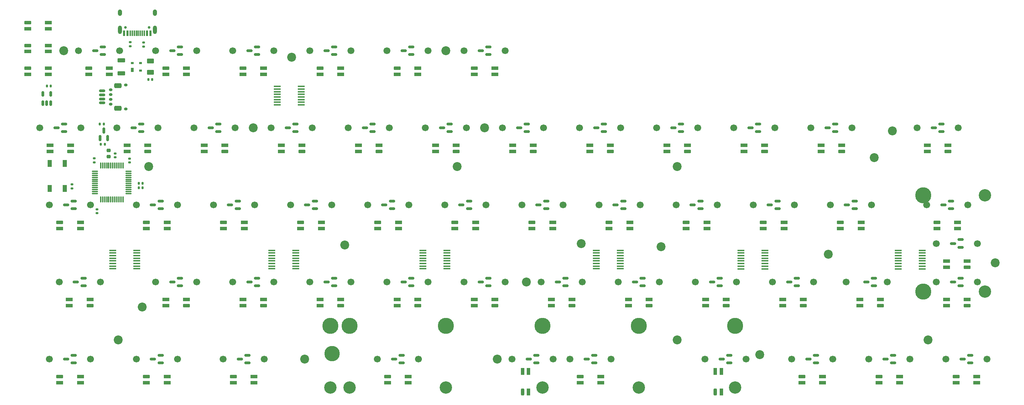
<source format=gbr>
%TF.GenerationSoftware,KiCad,Pcbnew,(7.0.0)*%
%TF.CreationDate,2023-12-30T19:38:44+01:00*%
%TF.ProjectId,vootington V4N,766f6f74-696e-4677-946f-6e2056344e2e,rev?*%
%TF.SameCoordinates,Original*%
%TF.FileFunction,Soldermask,Bot*%
%TF.FilePolarity,Negative*%
%FSLAX46Y46*%
G04 Gerber Fmt 4.6, Leading zero omitted, Abs format (unit mm)*
G04 Created by KiCad (PCBNEW (7.0.0)) date 2023-12-30 19:38:44*
%MOMM*%
%LPD*%
G01*
G04 APERTURE LIST*
G04 Aperture macros list*
%AMRoundRect*
0 Rectangle with rounded corners*
0 $1 Rounding radius*
0 $2 $3 $4 $5 $6 $7 $8 $9 X,Y pos of 4 corners*
0 Add a 4 corners polygon primitive as box body*
4,1,4,$2,$3,$4,$5,$6,$7,$8,$9,$2,$3,0*
0 Add four circle primitives for the rounded corners*
1,1,$1+$1,$2,$3*
1,1,$1+$1,$4,$5*
1,1,$1+$1,$6,$7*
1,1,$1+$1,$8,$9*
0 Add four rect primitives between the rounded corners*
20,1,$1+$1,$2,$3,$4,$5,0*
20,1,$1+$1,$4,$5,$6,$7,0*
20,1,$1+$1,$6,$7,$8,$9,0*
20,1,$1+$1,$8,$9,$2,$3,0*%
G04 Aperture macros list end*
%ADD10C,2.200000*%
%ADD11C,1.700000*%
%ADD12C,3.048000*%
%ADD13C,3.987800*%
%ADD14C,3.800000*%
%ADD15R,0.820000X1.700000*%
%ADD16RoundRect,0.205000X-0.205000X0.645000X-0.205000X-0.645000X0.205000X-0.645000X0.205000X0.645000X0*%
%ADD17RoundRect,0.150000X0.150000X-0.512500X0.150000X0.512500X-0.150000X0.512500X-0.150000X-0.512500X0*%
%ADD18RoundRect,0.150000X0.587500X0.150000X-0.587500X0.150000X-0.587500X-0.150000X0.587500X-0.150000X0*%
%ADD19R,1.778000X0.419100*%
%ADD20R,1.700000X0.820000*%
%ADD21RoundRect,0.205000X0.645000X0.205000X-0.645000X0.205000X-0.645000X-0.205000X0.645000X-0.205000X0*%
%ADD22RoundRect,0.205000X-0.645000X-0.205000X0.645000X-0.205000X0.645000X0.205000X-0.645000X0.205000X0*%
%ADD23R,1.100000X1.800000*%
%ADD24RoundRect,0.075000X0.662500X0.075000X-0.662500X0.075000X-0.662500X-0.075000X0.662500X-0.075000X0*%
%ADD25RoundRect,0.075000X0.075000X0.662500X-0.075000X0.662500X-0.075000X-0.662500X0.075000X-0.662500X0*%
%ADD26RoundRect,0.140000X0.140000X0.170000X-0.140000X0.170000X-0.140000X-0.170000X0.140000X-0.170000X0*%
%ADD27RoundRect,0.135000X0.185000X-0.135000X0.185000X0.135000X-0.185000X0.135000X-0.185000X-0.135000X0*%
%ADD28RoundRect,0.140000X-0.140000X-0.170000X0.140000X-0.170000X0.140000X0.170000X-0.140000X0.170000X0*%
%ADD29R,0.700000X1.000000*%
%ADD30R,0.700000X0.600000*%
%ADD31RoundRect,0.140000X-0.170000X0.140000X-0.170000X-0.140000X0.170000X-0.140000X0.170000X0.140000X0*%
%ADD32C,0.650000*%
%ADD33R,0.600000X1.450000*%
%ADD34R,0.300000X1.450000*%
%ADD35O,1.000000X1.600000*%
%ADD36O,1.000000X2.100000*%
%ADD37RoundRect,0.150000X-0.275000X0.150000X-0.275000X-0.150000X0.275000X-0.150000X0.275000X0.150000X0*%
%ADD38RoundRect,0.175000X-0.225000X0.175000X-0.225000X-0.175000X0.225000X-0.175000X0.225000X0.175000X0*%
%ADD39RoundRect,0.140000X0.170000X-0.140000X0.170000X0.140000X-0.170000X0.140000X-0.170000X-0.140000X0*%
%ADD40RoundRect,0.150000X-0.625000X0.150000X-0.625000X-0.150000X0.625000X-0.150000X0.625000X0.150000X0*%
%ADD41RoundRect,0.250000X-0.650000X0.350000X-0.650000X-0.350000X0.650000X-0.350000X0.650000X0.350000X0*%
%ADD42RoundRect,0.250000X0.700000X-0.275000X0.700000X0.275000X-0.700000X0.275000X-0.700000X-0.275000X0*%
%ADD43RoundRect,0.225000X0.250000X-0.225000X0.250000X0.225000X-0.250000X0.225000X-0.250000X-0.225000X0*%
%ADD44RoundRect,0.150000X0.150000X-0.587500X0.150000X0.587500X-0.150000X0.587500X-0.150000X-0.587500X0*%
%ADD45RoundRect,0.250000X-0.625000X0.375000X-0.625000X-0.375000X0.625000X-0.375000X0.625000X0.375000X0*%
G04 APERTURE END LIST*
D10*
%TO.C,H18*%
X144462500Y-98425000D03*
%TD*%
%TO.C,H14*%
X106744954Y-70226862D03*
%TD*%
D11*
%TO.C,K_31*%
X252888750Y-69850000D03*
X263048750Y-69850000D03*
%TD*%
D10*
%TO.C,H8*%
X209309500Y-97302500D03*
%TD*%
D11*
%TO.C,K_34*%
X79057500Y-79375000D03*
X89217500Y-79375000D03*
%TD*%
%TO.C,K_25*%
X150495000Y-60325000D03*
X160655000Y-60325000D03*
%TD*%
%TO.C,K_33*%
X60007500Y-79375000D03*
X70167500Y-79375000D03*
%TD*%
%TO.C,K_46*%
X76676250Y-98425000D03*
X86836250Y-98425000D03*
%TD*%
%TO.C,K_30*%
X250507500Y-60325000D03*
X260667500Y-60325000D03*
%TD*%
%TO.C,K_10*%
X88582500Y-41275000D03*
X98742500Y-41275000D03*
%TD*%
%TO.C,K_20*%
X55245000Y-60325000D03*
X65405000Y-60325000D03*
%TD*%
D10*
%TO.C,H21*%
X242093750Y-42068750D03*
%TD*%
D11*
%TO.C,K_28*%
X207645000Y-60325000D03*
X217805000Y-60325000D03*
%TD*%
%TO.C,K_16*%
X202882500Y-41275000D03*
X213042500Y-41275000D03*
%TD*%
%TO.C,K_45*%
X55245000Y-98425000D03*
X65405000Y-98425000D03*
%TD*%
D10*
%TO.C,H10*%
X131762500Y-22225000D03*
%TD*%
D11*
%TO.C,K_39*%
X174307500Y-79375000D03*
X184467500Y-79375000D03*
%TD*%
%TO.C,K_15*%
X183832500Y-41275000D03*
X193992500Y-41275000D03*
%TD*%
D10*
%TO.C,H4*%
X237562500Y-48674000D03*
%TD*%
D11*
%TO.C,K_26*%
X169545000Y-60325000D03*
X179705000Y-60325000D03*
%TD*%
D10*
%TO.C,H15*%
X96837500Y-98425000D03*
%TD*%
D11*
%TO.C,K_35*%
X98107500Y-79375000D03*
X108267500Y-79375000D03*
%TD*%
%TO.C,K_17*%
X221932500Y-41275000D03*
X232092500Y-41275000D03*
%TD*%
%TO.C,K_23*%
X112395000Y-60325000D03*
X122555000Y-60325000D03*
%TD*%
D10*
%TO.C,H23*%
X250825000Y-93662500D03*
%TD*%
D11*
%TO.C,K_3*%
X79057500Y-22225000D03*
X89217500Y-22225000D03*
%TD*%
%TO.C,K_32*%
X36195000Y-79375000D03*
X46355000Y-79375000D03*
%TD*%
D10*
%TO.C,H22*%
X226218750Y-72531250D03*
%TD*%
D11*
%TO.C,K_37*%
X136207500Y-79375000D03*
X146367500Y-79375000D03*
%TD*%
%TO.C,K_12*%
X126682500Y-41275000D03*
X136842500Y-41275000D03*
%TD*%
%TO.C,K_4*%
X98107500Y-22225000D03*
X108267500Y-22225000D03*
%TD*%
%TO.C,K_27*%
X188595000Y-60325000D03*
X198755000Y-60325000D03*
%TD*%
%TO.C,K_8*%
X50482500Y-41275000D03*
X60642500Y-41275000D03*
%TD*%
D10*
%TO.C,H20*%
X188912500Y-93662500D03*
%TD*%
D11*
%TO.C,K_1*%
X40957500Y-22225000D03*
X51117500Y-22225000D03*
%TD*%
D12*
%TO.C,S1*%
X131762500Y-105410000D03*
D13*
X131762500Y-90170000D03*
D12*
X107950000Y-105410000D03*
D13*
X107950000Y-90170000D03*
%TD*%
D14*
%TO.C,H7*%
X103662500Y-97024000D03*
%TD*%
D11*
%TO.C,K_40*%
X193357500Y-79375000D03*
X203517500Y-79375000D03*
%TD*%
%TO.C,K_9*%
X69532500Y-41275000D03*
X79692500Y-41275000D03*
%TD*%
D10*
%TO.C,H13*%
X84137500Y-41275000D03*
%TD*%
%TO.C,H19*%
X188912500Y-50800000D03*
%TD*%
D11*
%TO.C,K_11*%
X107632500Y-41275000D03*
X117792500Y-41275000D03*
%TD*%
D10*
%TO.C,H6*%
X56715000Y-85573750D03*
%TD*%
D13*
%TO.C,S4*%
X249713750Y-57943750D03*
X249713750Y-81756250D03*
D12*
X264953750Y-57943750D03*
X264953750Y-81756250D03*
%TD*%
D11*
%TO.C,K_18*%
X248126250Y-41275000D03*
X258286250Y-41275000D03*
%TD*%
%TO.C,K_41*%
X212407500Y-79375000D03*
X222567500Y-79375000D03*
%TD*%
%TO.C,K_13*%
X145732500Y-41275000D03*
X155892500Y-41275000D03*
%TD*%
%TO.C,K_5*%
X117157500Y-22225000D03*
X127317500Y-22225000D03*
%TD*%
D10*
%TO.C,H16*%
X141287500Y-41275000D03*
%TD*%
%TO.C,H24*%
X267493750Y-74612500D03*
%TD*%
%TO.C,H17*%
X184943750Y-70643750D03*
%TD*%
D11*
%TO.C,K_36*%
X117157500Y-79375000D03*
X127317500Y-79375000D03*
%TD*%
%TO.C,K_52*%
X236220000Y-98425000D03*
X246380000Y-98425000D03*
%TD*%
D10*
%TO.C,H3*%
X134512500Y-50800000D03*
%TD*%
D12*
%TO.C,S2*%
X203193650Y-105410000D03*
D13*
X203193650Y-90170000D03*
D12*
X103181150Y-105410000D03*
D13*
X103181150Y-90170000D03*
%TD*%
D11*
%TO.C,K_6*%
X136207500Y-22225000D03*
X146367500Y-22225000D03*
%TD*%
%TO.C,K_42*%
X230663750Y-79375000D03*
X240823750Y-79375000D03*
%TD*%
%TO.C,K_51*%
X217170000Y-98425000D03*
X227330000Y-98425000D03*
%TD*%
%TO.C,K_49*%
X162401250Y-98425000D03*
X172561250Y-98425000D03*
%TD*%
%TO.C,K_29*%
X226695000Y-60325000D03*
X236855000Y-60325000D03*
%TD*%
%TO.C,K_47*%
X114776250Y-98425000D03*
X124936250Y-98425000D03*
%TD*%
%TO.C,K_22*%
X93345000Y-60325000D03*
X103505000Y-60325000D03*
%TD*%
%TO.C,K_50*%
X195738750Y-98425000D03*
X205898750Y-98425000D03*
%TD*%
%TO.C,K_21*%
X74295000Y-60325000D03*
X84455000Y-60325000D03*
%TD*%
%TO.C,K_14*%
X164782500Y-41275000D03*
X174942500Y-41275000D03*
%TD*%
%TO.C,K_44*%
X33813750Y-98425000D03*
X43973750Y-98425000D03*
%TD*%
D10*
%TO.C,H12*%
X50800000Y-93662500D03*
%TD*%
D11*
%TO.C,K_24*%
X131445000Y-60325000D03*
X141605000Y-60325000D03*
%TD*%
%TO.C,K_19*%
X33813750Y-60325000D03*
X43973750Y-60325000D03*
%TD*%
%TO.C,K_48*%
X148107400Y-98425000D03*
X158267400Y-98425000D03*
%TD*%
%TO.C,K_43*%
X252888750Y-79375000D03*
X263048750Y-79375000D03*
%TD*%
D10*
%TO.C,H9*%
X37306250Y-22225000D03*
%TD*%
D11*
%TO.C,K_7*%
X31432500Y-41275000D03*
X41592500Y-41275000D03*
%TD*%
D10*
%TO.C,H5*%
X165162500Y-69850000D03*
%TD*%
D11*
%TO.C,K_38*%
X155257500Y-79375000D03*
X165417500Y-79375000D03*
%TD*%
%TO.C,K_53*%
X255270000Y-98425000D03*
X265430000Y-98425000D03*
%TD*%
%TO.C,K_2*%
X60007500Y-22225000D03*
X70167500Y-22225000D03*
%TD*%
D10*
%TO.C,H11*%
X151606250Y-79375000D03*
%TD*%
D12*
%TO.C,S3*%
X179387500Y-105410000D03*
D13*
X179387500Y-90170000D03*
D12*
X155575000Y-105410000D03*
D13*
X155575000Y-90170000D03*
%TD*%
D10*
%TO.C,H1*%
X93662500Y-23812500D03*
%TD*%
%TO.C,H2*%
X58312500Y-50800000D03*
%TD*%
D15*
%TO.C,D38*%
X152179851Y-101431249D03*
X150679851Y-101431249D03*
D16*
X150679852Y-106531250D03*
D15*
X152179851Y-106531249D03*
%TD*%
D17*
%TO.C,U46*%
X34093250Y-35172250D03*
X33143250Y-35172250D03*
X32193250Y-35172250D03*
X32193250Y-32897250D03*
X34093250Y-32897250D03*
%TD*%
D18*
%TO.C,U45*%
X258906250Y-68900000D03*
X258906250Y-70800000D03*
X257031250Y-69850000D03*
%TD*%
D19*
%TO.C,U53*%
X210569635Y-71563904D03*
X210569635Y-72214144D03*
X210569635Y-72864384D03*
X210569635Y-73514624D03*
X210569635Y-74159784D03*
X210569635Y-74810024D03*
X210569635Y-75460264D03*
X210569635Y-76110504D03*
X204620955Y-76110504D03*
X204620955Y-75460264D03*
X204620955Y-74810024D03*
X204620955Y-74159784D03*
X204620955Y-73514624D03*
X204620955Y-72864384D03*
X204620955Y-72214144D03*
X204620955Y-71563904D03*
%TD*%
D20*
%TO.C,D42*%
X41443749Y-104278999D03*
X41443749Y-102778999D03*
D21*
X36343750Y-102779000D03*
D20*
X36343749Y-104278999D03*
%TD*%
D18*
%TO.C,U43*%
X201756250Y-97475000D03*
X201756250Y-99375000D03*
X199881250Y-98425000D03*
%TD*%
D20*
%TO.C,D6*%
X110162499Y-45628999D03*
X110162499Y-47128999D03*
D22*
X115262500Y-47129000D03*
D20*
X115262499Y-45628999D03*
%TD*%
D18*
%TO.C,U39*%
X39831250Y-97475000D03*
X39831250Y-99375000D03*
X37956250Y-98425000D03*
%TD*%
D20*
%TO.C,D32*%
X38724999Y-83728999D03*
X38724999Y-85228999D03*
D22*
X43825000Y-85229000D03*
D20*
X43824999Y-83728999D03*
%TD*%
D18*
%TO.C,U9*%
X151750000Y-40325000D03*
X151750000Y-42225000D03*
X149875000Y-41275000D03*
%TD*%
D20*
%TO.C,D29*%
X214937499Y-83728999D03*
X214937499Y-85228999D03*
D22*
X220037500Y-85229000D03*
D20*
X220037499Y-83728999D03*
%TD*%
%TO.C,D45*%
X262899999Y-104278999D03*
X262899999Y-102778999D03*
D21*
X257800000Y-102779000D03*
D20*
X257799999Y-104278999D03*
%TD*%
D18*
%TO.C,U35*%
X85075000Y-78425000D03*
X85075000Y-80325000D03*
X83200000Y-79375000D03*
%TD*%
%TO.C,U48*%
X120793750Y-97475000D03*
X120793750Y-99375000D03*
X118918750Y-98425000D03*
%TD*%
D23*
%TO.C,SW1*%
X33868749Y-50081249D03*
X33868749Y-56281249D03*
X37568749Y-50081249D03*
X37568749Y-56281249D03*
%TD*%
D24*
%TO.C,U59*%
X53375000Y-52018750D03*
X53375000Y-52518750D03*
X53375000Y-53018750D03*
X53375000Y-53518750D03*
X53375000Y-54018750D03*
X53375000Y-54518750D03*
X53375000Y-55018750D03*
X53375000Y-55518750D03*
X53375000Y-56018750D03*
X53375000Y-56518750D03*
X53375000Y-57018750D03*
X53375000Y-57518750D03*
D25*
X51962500Y-58931250D03*
X51462500Y-58931250D03*
X50962500Y-58931250D03*
X50462500Y-58931250D03*
X49962500Y-58931250D03*
X49462500Y-58931250D03*
X48962500Y-58931250D03*
X48462500Y-58931250D03*
X47962500Y-58931250D03*
X47462500Y-58931250D03*
X46962500Y-58931250D03*
X46462500Y-58931250D03*
D24*
X45050000Y-57518750D03*
X45050000Y-57018750D03*
X45050000Y-56518750D03*
X45050000Y-56018750D03*
X45050000Y-55518750D03*
X45050000Y-55018750D03*
X45050000Y-54518750D03*
X45050000Y-54018750D03*
X45050000Y-53518750D03*
X45050000Y-53018750D03*
X45050000Y-52518750D03*
X45050000Y-52018750D03*
D25*
X46462500Y-50606250D03*
X46962500Y-50606250D03*
X47462500Y-50606250D03*
X47962500Y-50606250D03*
X48462500Y-50606250D03*
X48962500Y-50606250D03*
X49462500Y-50606250D03*
X49962500Y-50606250D03*
X50462500Y-50606250D03*
X50962500Y-50606250D03*
X51462500Y-50606250D03*
X51962500Y-50606250D03*
%TD*%
D20*
%TO.C,D10*%
X186362499Y-45628999D03*
X186362499Y-47128999D03*
D22*
X191462500Y-47129000D03*
D20*
X191462499Y-45628999D03*
%TD*%
D26*
%TO.C,C6*%
X59217500Y-29368750D03*
X58257500Y-29368750D03*
%TD*%
D20*
%TO.C,D40*%
X84306249Y-104278999D03*
X84306249Y-102778999D03*
D21*
X79206250Y-102779000D03*
D20*
X79206249Y-104278999D03*
%TD*%
%TO.C,D56*%
X33562499Y-16789999D03*
X33562499Y-15289999D03*
D21*
X28462500Y-15290000D03*
D20*
X28462499Y-16789999D03*
%TD*%
D27*
%TO.C,R3*%
X53721589Y-21147501D03*
X53721589Y-20127501D03*
%TD*%
D28*
%TO.C,C29*%
X55866106Y-54997317D03*
X56826106Y-54997317D03*
%TD*%
D20*
%TO.C,D18*%
X62874999Y-66178999D03*
X62874999Y-64678999D03*
D21*
X57775000Y-64679000D03*
D20*
X57774999Y-66178999D03*
%TD*%
%TO.C,D16*%
X100974999Y-66178999D03*
X100974999Y-64678999D03*
D21*
X95875000Y-64679000D03*
D20*
X95874999Y-66178999D03*
%TD*%
D18*
%TO.C,U37*%
X199375000Y-78425000D03*
X199375000Y-80325000D03*
X197500000Y-79375000D03*
%TD*%
%TO.C,U18*%
X137462500Y-59375000D03*
X137462500Y-61275000D03*
X135587500Y-60325000D03*
%TD*%
D29*
%TO.C,U58*%
X54309088Y-26943749D03*
D30*
X54309088Y-25243749D03*
X56309088Y-25243749D03*
X56309088Y-27143749D03*
%TD*%
D18*
%TO.C,U11*%
X227950000Y-40325000D03*
X227950000Y-42225000D03*
X226075000Y-41275000D03*
%TD*%
%TO.C,U22*%
X256525000Y-59375000D03*
X256525000Y-61275000D03*
X254650000Y-60325000D03*
%TD*%
%TO.C,U19*%
X156512500Y-59375000D03*
X156512500Y-61275000D03*
X154637500Y-60325000D03*
%TD*%
D28*
%TO.C,C4*%
X46250752Y-40310060D03*
X47210752Y-40310060D03*
%TD*%
D18*
%TO.C,U3*%
X66025000Y-21275000D03*
X66025000Y-23175000D03*
X64150000Y-22225000D03*
%TD*%
D20*
%TO.C,D4*%
X72062499Y-45628999D03*
X72062499Y-47128999D03*
D22*
X77162500Y-47129000D03*
D20*
X77162499Y-45628999D03*
%TD*%
%TO.C,D15*%
X120024999Y-66178999D03*
X120024999Y-64678999D03*
D21*
X114925000Y-64679000D03*
D20*
X114924999Y-66178999D03*
%TD*%
%TO.C,D22*%
X215274999Y-66178999D03*
X215274999Y-64678999D03*
D21*
X210175000Y-64679000D03*
D20*
X210174999Y-66178999D03*
%TD*%
%TO.C,D54*%
X33562499Y-28054999D03*
X33562499Y-26554999D03*
D21*
X28462500Y-26555000D03*
D20*
X28462499Y-28054999D03*
%TD*%
%TO.C,D31*%
X255418749Y-74203999D03*
X255418749Y-75703999D03*
D22*
X260518750Y-75704000D03*
D20*
X260518749Y-74203999D03*
%TD*%
D18*
%TO.C,U62*%
X123175000Y-21275000D03*
X123175000Y-23175000D03*
X121300000Y-22225000D03*
%TD*%
%TO.C,U30*%
X142225000Y-78425000D03*
X142225000Y-80325000D03*
X140350000Y-79375000D03*
%TD*%
D20*
%TO.C,D2*%
X33962499Y-45628999D03*
X33962499Y-47128999D03*
D22*
X39062500Y-47129000D03*
D20*
X39062499Y-45628999D03*
%TD*%
D18*
%TO.C,U8*%
X132700000Y-40325000D03*
X132700000Y-42225000D03*
X130825000Y-41275000D03*
%TD*%
D28*
%TO.C,C11*%
X55859704Y-56073622D03*
X56819704Y-56073622D03*
%TD*%
D20*
%TO.C,D52*%
X67637499Y-28078999D03*
X67637499Y-26578999D03*
D21*
X62537500Y-26579000D03*
D20*
X62537499Y-28078999D03*
%TD*%
D18*
%TO.C,U41*%
X154131250Y-97475000D03*
X154131250Y-99375000D03*
X152256250Y-98425000D03*
%TD*%
D27*
%TO.C,R4*%
X57037122Y-21176841D03*
X57037122Y-20156841D03*
%TD*%
D20*
%TO.C,D19*%
X41443749Y-66178999D03*
X41443749Y-64678999D03*
D21*
X36343750Y-64679000D03*
D20*
X36343749Y-66178999D03*
%TD*%
%TO.C,D28*%
X195887499Y-83728999D03*
X195887499Y-85228999D03*
D22*
X200987500Y-85229000D03*
D20*
X200987499Y-83728999D03*
%TD*%
D18*
%TO.C,U29*%
X123175000Y-78425000D03*
X123175000Y-80325000D03*
X121300000Y-79375000D03*
%TD*%
D20*
%TO.C,D12*%
X224462499Y-45628999D03*
X224462499Y-47128999D03*
D22*
X229562500Y-47129000D03*
D20*
X229562499Y-45628999D03*
%TD*%
D18*
%TO.C,U47*%
X82693750Y-97475000D03*
X82693750Y-99375000D03*
X80818750Y-98425000D03*
%TD*%
D31*
%TO.C,C1*%
X45574303Y-61406884D03*
X45574303Y-62366884D03*
%TD*%
D15*
%TO.C,D48*%
X199804851Y-101431249D03*
X198304851Y-101431249D03*
D16*
X198304852Y-106531250D03*
D15*
X199804851Y-106531249D03*
%TD*%
D18*
%TO.C,U32*%
X180325000Y-78425000D03*
X180325000Y-80325000D03*
X178450000Y-79375000D03*
%TD*%
%TO.C,U61*%
X104125000Y-21275000D03*
X104125000Y-23175000D03*
X102250000Y-22225000D03*
%TD*%
D20*
%TO.C,D1*%
X143837499Y-28078999D03*
X143837499Y-26578999D03*
D21*
X138737500Y-26579000D03*
D20*
X138737499Y-28078999D03*
%TD*%
D18*
%TO.C,U28*%
X66025000Y-78425000D03*
X66025000Y-80325000D03*
X64150000Y-79375000D03*
%TD*%
D19*
%TO.C,U57*%
X55361839Y-71545449D03*
X55361839Y-72195689D03*
X55361839Y-72845929D03*
X55361839Y-73496169D03*
X55361839Y-74141329D03*
X55361839Y-74791569D03*
X55361839Y-75441809D03*
X55361839Y-76092049D03*
X49413159Y-76092049D03*
X49413159Y-75441809D03*
X49413159Y-74791569D03*
X49413159Y-74141329D03*
X49413159Y-73496169D03*
X49413159Y-72845929D03*
X49413159Y-72195689D03*
X49413159Y-71545449D03*
%TD*%
D18*
%TO.C,U4*%
X37450000Y-40325000D03*
X37450000Y-42225000D03*
X35575000Y-41275000D03*
%TD*%
%TO.C,U33*%
X237475000Y-78425000D03*
X237475000Y-80325000D03*
X235600000Y-79375000D03*
%TD*%
%TO.C,U50*%
X261287500Y-97475000D03*
X261287500Y-99375000D03*
X259412500Y-98425000D03*
%TD*%
%TO.C,U40*%
X61262500Y-97475000D03*
X61262500Y-99375000D03*
X59387500Y-98425000D03*
%TD*%
%TO.C,U7*%
X113650000Y-40325000D03*
X113650000Y-42225000D03*
X111775000Y-41275000D03*
%TD*%
%TO.C,U36*%
X104125000Y-78425000D03*
X104125000Y-80325000D03*
X102250000Y-79375000D03*
%TD*%
%TO.C,U5*%
X56500000Y-40325000D03*
X56500000Y-42225000D03*
X54625000Y-41275000D03*
%TD*%
D32*
%TO.C,J2*%
X52609000Y-16490625D03*
X58389000Y-16490625D03*
D33*
X52248999Y-17935624D03*
X53048999Y-17935624D03*
D34*
X54248999Y-17935624D03*
X55248999Y-17935624D03*
X55748999Y-17935624D03*
X56748999Y-17935624D03*
D33*
X57948999Y-17935624D03*
X58748999Y-17935624D03*
X58748999Y-17935624D03*
X57948999Y-17935624D03*
D34*
X57248999Y-17935624D03*
X56248999Y-17935624D03*
X54748999Y-17935624D03*
X53748999Y-17935624D03*
D33*
X53048999Y-17935624D03*
X52248999Y-17935624D03*
D35*
X51178999Y-12840624D03*
D36*
X51178999Y-17020624D03*
D35*
X59818999Y-12840624D03*
D36*
X59818999Y-17020624D03*
%TD*%
D37*
%TO.C,J3*%
X48925000Y-31831250D03*
X48925000Y-33031250D03*
X48925000Y-34231250D03*
X48925000Y-35431250D03*
D38*
X52700000Y-30681250D03*
X52700000Y-36581250D03*
%TD*%
D18*
%TO.C,U10*%
X170800000Y-40325000D03*
X170800000Y-42225000D03*
X168925000Y-41275000D03*
%TD*%
D20*
%TO.C,D43*%
X124787499Y-28078999D03*
X124787499Y-26578999D03*
D21*
X119687500Y-26579000D03*
D20*
X119687499Y-28078999D03*
%TD*%
D19*
%TO.C,U64*%
X96043749Y-31064199D03*
X96043749Y-31714439D03*
X96043749Y-32364679D03*
X96043749Y-33014919D03*
X96043749Y-33660079D03*
X96043749Y-34310319D03*
X96043749Y-34960559D03*
X96043749Y-35610799D03*
X90095069Y-35610799D03*
X90095069Y-34960559D03*
X90095069Y-34310319D03*
X90095069Y-33660079D03*
X90095069Y-33014919D03*
X90095069Y-32364679D03*
X90095069Y-31714439D03*
X90095069Y-31064199D03*
%TD*%
D18*
%TO.C,U44*%
X223187500Y-97475000D03*
X223187500Y-99375000D03*
X221312500Y-98425000D03*
%TD*%
D20*
%TO.C,D47*%
X224799999Y-104278999D03*
X224799999Y-102778999D03*
D21*
X219700000Y-102779000D03*
D20*
X219699999Y-104278999D03*
%TD*%
D19*
%TO.C,U54*%
X174850885Y-71543434D03*
X174850885Y-72193674D03*
X174850885Y-72843914D03*
X174850885Y-73494154D03*
X174850885Y-74139314D03*
X174850885Y-74789554D03*
X174850885Y-75439794D03*
X174850885Y-76090034D03*
X168902205Y-76090034D03*
X168902205Y-75439794D03*
X168902205Y-74789554D03*
X168902205Y-74139314D03*
X168902205Y-73494154D03*
X168902205Y-72843914D03*
X168902205Y-72193674D03*
X168902205Y-71543434D03*
%TD*%
D20*
%TO.C,D13*%
X250656249Y-45628999D03*
X250656249Y-47128999D03*
D22*
X255756250Y-47129000D03*
D20*
X255756249Y-45628999D03*
%TD*%
%TO.C,D17*%
X81924999Y-66178999D03*
X81924999Y-64678999D03*
D21*
X76825000Y-64679000D03*
D20*
X76824999Y-66178999D03*
%TD*%
D18*
%TO.C,U16*%
X61262500Y-59375000D03*
X61262500Y-61275000D03*
X59387500Y-60325000D03*
%TD*%
%TO.C,U23*%
X80312500Y-59375000D03*
X80312500Y-61275000D03*
X78437500Y-60325000D03*
%TD*%
D39*
%TO.C,C2*%
X44848806Y-49792201D03*
X44848806Y-48832201D03*
%TD*%
D20*
%TO.C,D21*%
X234324999Y-66178999D03*
X234324999Y-64678999D03*
D21*
X229225000Y-64679000D03*
D20*
X229224999Y-66178999D03*
%TD*%
%TO.C,D51*%
X86687499Y-28078999D03*
X86687499Y-26578999D03*
D21*
X81587500Y-26579000D03*
D20*
X81587499Y-28078999D03*
%TD*%
D40*
%TO.C,J1*%
X46837697Y-32131250D03*
X46837697Y-33131250D03*
X46837697Y-34131250D03*
X46837697Y-35131250D03*
D41*
X50712697Y-30831250D03*
X50712697Y-36431250D03*
%TD*%
D18*
%TO.C,U17*%
X118412500Y-59375000D03*
X118412500Y-61275000D03*
X116537500Y-60325000D03*
%TD*%
D39*
%TO.C,C10*%
X50006250Y-48582962D03*
X50006250Y-47622962D03*
%TD*%
D18*
%TO.C,U20*%
X175562500Y-59375000D03*
X175562500Y-61275000D03*
X173687500Y-60325000D03*
%TD*%
D26*
%TO.C,C5*%
X47456127Y-45346072D03*
X46496127Y-45346072D03*
%TD*%
D20*
%TO.C,D11*%
X205412499Y-45628999D03*
X205412499Y-47128999D03*
D22*
X210512500Y-47129000D03*
D20*
X210512499Y-45628999D03*
%TD*%
D27*
%TO.C,R5*%
X39379783Y-56280538D03*
X39379783Y-55260538D03*
%TD*%
D20*
%TO.C,D7*%
X129212499Y-45628999D03*
X129212499Y-47128999D03*
D22*
X134312500Y-47129000D03*
D20*
X134312499Y-45628999D03*
%TD*%
%TO.C,D25*%
X158124999Y-66178999D03*
X158124999Y-64678999D03*
D21*
X153025000Y-64679000D03*
D20*
X153024999Y-66178999D03*
%TD*%
%TO.C,D35*%
X100637499Y-83728999D03*
X100637499Y-85228999D03*
D22*
X105737500Y-85229000D03*
D20*
X105737499Y-83728999D03*
%TD*%
%TO.C,D30*%
X233987499Y-83728999D03*
X233987499Y-85228999D03*
D22*
X239087500Y-85229000D03*
D20*
X239087499Y-83728999D03*
%TD*%
%TO.C,D5*%
X91112499Y-45628999D03*
X91112499Y-47128999D03*
D22*
X96212500Y-47129000D03*
D20*
X96212499Y-45628999D03*
%TD*%
D19*
%TO.C,U51*%
X249463385Y-71563904D03*
X249463385Y-72214144D03*
X249463385Y-72864384D03*
X249463385Y-73514624D03*
X249463385Y-74159784D03*
X249463385Y-74810024D03*
X249463385Y-75460264D03*
X249463385Y-76110504D03*
X243514705Y-76110504D03*
X243514705Y-75460264D03*
X243514705Y-74810024D03*
X243514705Y-74159784D03*
X243514705Y-73514624D03*
X243514705Y-72864384D03*
X243514705Y-72214144D03*
X243514705Y-71563904D03*
%TD*%
D20*
%TO.C,D50*%
X105737499Y-28078999D03*
X105737499Y-26578999D03*
D21*
X100637500Y-26579000D03*
D20*
X100637499Y-28078999D03*
%TD*%
%TO.C,D55*%
X33562499Y-22422499D03*
X33562499Y-20922499D03*
D21*
X28462500Y-20922500D03*
D20*
X28462499Y-22422499D03*
%TD*%
D42*
%TO.C,L1*%
X51593750Y-27768750D03*
X51593750Y-24618750D03*
%TD*%
D20*
%TO.C,D46*%
X243849999Y-104278999D03*
X243849999Y-102778999D03*
D21*
X238750000Y-102779000D03*
D20*
X238749999Y-104278999D03*
%TD*%
%TO.C,D34*%
X81587499Y-83728999D03*
X81587499Y-85228999D03*
D22*
X86687500Y-85229000D03*
D20*
X86687499Y-83728999D03*
%TD*%
%TO.C,D44*%
X255418749Y-83728999D03*
X255418749Y-85228999D03*
D22*
X260518750Y-85229000D03*
D20*
X260518749Y-83728999D03*
%TD*%
%TO.C,D26*%
X157787499Y-83728999D03*
X157787499Y-85228999D03*
D22*
X162887500Y-85229000D03*
D20*
X162887499Y-83728999D03*
%TD*%
D39*
%TO.C,C12*%
X53577271Y-49854806D03*
X53577271Y-48894806D03*
%TD*%
D20*
%TO.C,D37*%
X138737499Y-83728999D03*
X138737499Y-85228999D03*
D22*
X143837500Y-85229000D03*
D20*
X143837499Y-83728999D03*
%TD*%
D18*
%TO.C,U15*%
X39831250Y-59375000D03*
X39831250Y-61275000D03*
X37956250Y-60325000D03*
%TD*%
%TO.C,U6*%
X94600000Y-40325000D03*
X94600000Y-42225000D03*
X92725000Y-41275000D03*
%TD*%
%TO.C,U13*%
X189850000Y-40325000D03*
X189850000Y-42225000D03*
X187975000Y-41275000D03*
%TD*%
%TO.C,U49*%
X242237500Y-97475000D03*
X242237500Y-99375000D03*
X240362500Y-98425000D03*
%TD*%
D20*
%TO.C,D9*%
X167312499Y-45628999D03*
X167312499Y-47128999D03*
D22*
X172412500Y-47129000D03*
D20*
X172412499Y-45628999D03*
%TD*%
D18*
%TO.C,U21*%
X232712500Y-59375000D03*
X232712500Y-61275000D03*
X230837500Y-60325000D03*
%TD*%
%TO.C,U24*%
X99362500Y-59375000D03*
X99362500Y-61275000D03*
X97487500Y-60325000D03*
%TD*%
%TO.C,U42*%
X168418750Y-97475000D03*
X168418750Y-99375000D03*
X166543750Y-98425000D03*
%TD*%
D20*
%TO.C,D14*%
X139074999Y-66178999D03*
X139074999Y-64678999D03*
D21*
X133975000Y-64679000D03*
D20*
X133974999Y-66178999D03*
%TD*%
D18*
%TO.C,U38*%
X218425000Y-78425000D03*
X218425000Y-80325000D03*
X216550000Y-79375000D03*
%TD*%
%TO.C,U12*%
X254143750Y-40325000D03*
X254143750Y-42225000D03*
X252268750Y-41275000D03*
%TD*%
D20*
%TO.C,D8*%
X148262499Y-45628999D03*
X148262499Y-47128999D03*
D22*
X153362500Y-47129000D03*
D20*
X153362499Y-45628999D03*
%TD*%
D18*
%TO.C,U26*%
X213662500Y-59375000D03*
X213662500Y-61275000D03*
X211787500Y-60325000D03*
%TD*%
D20*
%TO.C,D20*%
X258137499Y-66178999D03*
X258137499Y-64678999D03*
D21*
X253037500Y-64679000D03*
D20*
X253037499Y-66178999D03*
%TD*%
%TO.C,D24*%
X177174999Y-66178999D03*
X177174999Y-64678999D03*
D21*
X172075000Y-64679000D03*
D20*
X172074999Y-66178999D03*
%TD*%
D43*
%TO.C,C13*%
X48418750Y-48400000D03*
X48418750Y-46850000D03*
%TD*%
D18*
%TO.C,U1*%
X46975000Y-21275000D03*
X46975000Y-23175000D03*
X45100000Y-22225000D03*
%TD*%
D20*
%TO.C,D36*%
X119687499Y-83728999D03*
X119687499Y-85228999D03*
D22*
X124787500Y-85229000D03*
D20*
X124787499Y-83728999D03*
%TD*%
D18*
%TO.C,U25*%
X194612500Y-59375000D03*
X194612500Y-61275000D03*
X192737500Y-60325000D03*
%TD*%
%TO.C,U31*%
X161275000Y-78425000D03*
X161275000Y-80325000D03*
X159400000Y-79375000D03*
%TD*%
%TO.C,U27*%
X42212500Y-78425000D03*
X42212500Y-80325000D03*
X40337500Y-79375000D03*
%TD*%
D19*
%TO.C,U56*%
X94682135Y-71545449D03*
X94682135Y-72195689D03*
X94682135Y-72845929D03*
X94682135Y-73496169D03*
X94682135Y-74141329D03*
X94682135Y-74791569D03*
X94682135Y-75441809D03*
X94682135Y-76092049D03*
X88733455Y-76092049D03*
X88733455Y-75441809D03*
X88733455Y-74791569D03*
X88733455Y-74141329D03*
X88733455Y-73496169D03*
X88733455Y-72845929D03*
X88733455Y-72195689D03*
X88733455Y-71545449D03*
%TD*%
D18*
%TO.C,U34*%
X258906250Y-78425000D03*
X258906250Y-80325000D03*
X257031250Y-79375000D03*
%TD*%
%TO.C,U60*%
X85075000Y-21275000D03*
X85075000Y-23175000D03*
X83200000Y-22225000D03*
%TD*%
D19*
%TO.C,U55*%
X131988385Y-71543434D03*
X131988385Y-72193674D03*
X131988385Y-72843914D03*
X131988385Y-73494154D03*
X131988385Y-74139314D03*
X131988385Y-74789554D03*
X131988385Y-75439794D03*
X131988385Y-76090034D03*
X126039705Y-76090034D03*
X126039705Y-75439794D03*
X126039705Y-74789554D03*
X126039705Y-74139314D03*
X126039705Y-73494154D03*
X126039705Y-72843914D03*
X126039705Y-72193674D03*
X126039705Y-71543434D03*
%TD*%
D28*
%TO.C,C3*%
X33171250Y-30956250D03*
X34131250Y-30956250D03*
%TD*%
D18*
%TO.C,U14*%
X208900000Y-40325000D03*
X208900000Y-42225000D03*
X207025000Y-41275000D03*
%TD*%
D44*
%TO.C,U52*%
X48187212Y-43800000D03*
X46287212Y-43800000D03*
X47237212Y-41925000D03*
%TD*%
D20*
%TO.C,D49*%
X170031249Y-104278999D03*
X170031249Y-102778999D03*
D21*
X164931250Y-102779000D03*
D20*
X164931249Y-104278999D03*
%TD*%
D45*
%TO.C,F2*%
X58737500Y-24793750D03*
X58737500Y-27593750D03*
%TD*%
D20*
%TO.C,D53*%
X48587499Y-28078999D03*
X48587499Y-26578999D03*
D21*
X43487500Y-26579000D03*
D20*
X43487499Y-28078999D03*
%TD*%
%TO.C,D3*%
X53012499Y-45628999D03*
X53012499Y-47128999D03*
D22*
X58112500Y-47129000D03*
D20*
X58112499Y-45628999D03*
%TD*%
D18*
%TO.C,U63*%
X142225000Y-21275000D03*
X142225000Y-23175000D03*
X140350000Y-22225000D03*
%TD*%
%TO.C,U2*%
X75550000Y-40325000D03*
X75550000Y-42225000D03*
X73675000Y-41275000D03*
%TD*%
D20*
%TO.C,D27*%
X176837499Y-83728999D03*
X176837499Y-85228999D03*
D22*
X181937500Y-85229000D03*
D20*
X181937499Y-83728999D03*
%TD*%
%TO.C,D33*%
X62537499Y-83728999D03*
X62537499Y-85228999D03*
D22*
X67637500Y-85229000D03*
D20*
X67637499Y-83728999D03*
%TD*%
%TO.C,D41*%
X62874999Y-104278999D03*
X62874999Y-102778999D03*
D21*
X57775000Y-102779000D03*
D20*
X57774999Y-104278999D03*
%TD*%
%TO.C,D23*%
X196224999Y-66178999D03*
X196224999Y-64678999D03*
D21*
X191125000Y-64679000D03*
D20*
X191124999Y-66178999D03*
%TD*%
%TO.C,D39*%
X122406249Y-104278999D03*
X122406249Y-102778999D03*
D21*
X117306250Y-102779000D03*
D20*
X117306249Y-104278999D03*
%TD*%
M02*

</source>
